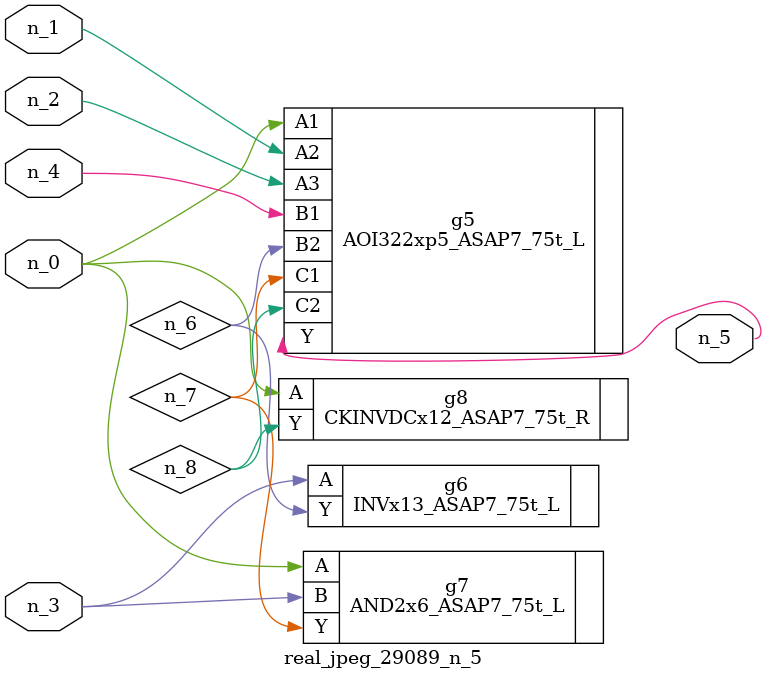
<source format=v>
module real_jpeg_29089_n_5 (n_4, n_0, n_1, n_2, n_3, n_5);

input n_4;
input n_0;
input n_1;
input n_2;
input n_3;

output n_5;

wire n_8;
wire n_6;
wire n_7;

AOI322xp5_ASAP7_75t_L g5 ( 
.A1(n_0),
.A2(n_1),
.A3(n_2),
.B1(n_4),
.B2(n_6),
.C1(n_7),
.C2(n_8),
.Y(n_5)
);

AND2x6_ASAP7_75t_L g7 ( 
.A(n_0),
.B(n_3),
.Y(n_7)
);

CKINVDCx12_ASAP7_75t_R g8 ( 
.A(n_0),
.Y(n_8)
);

INVx13_ASAP7_75t_L g6 ( 
.A(n_3),
.Y(n_6)
);


endmodule
</source>
